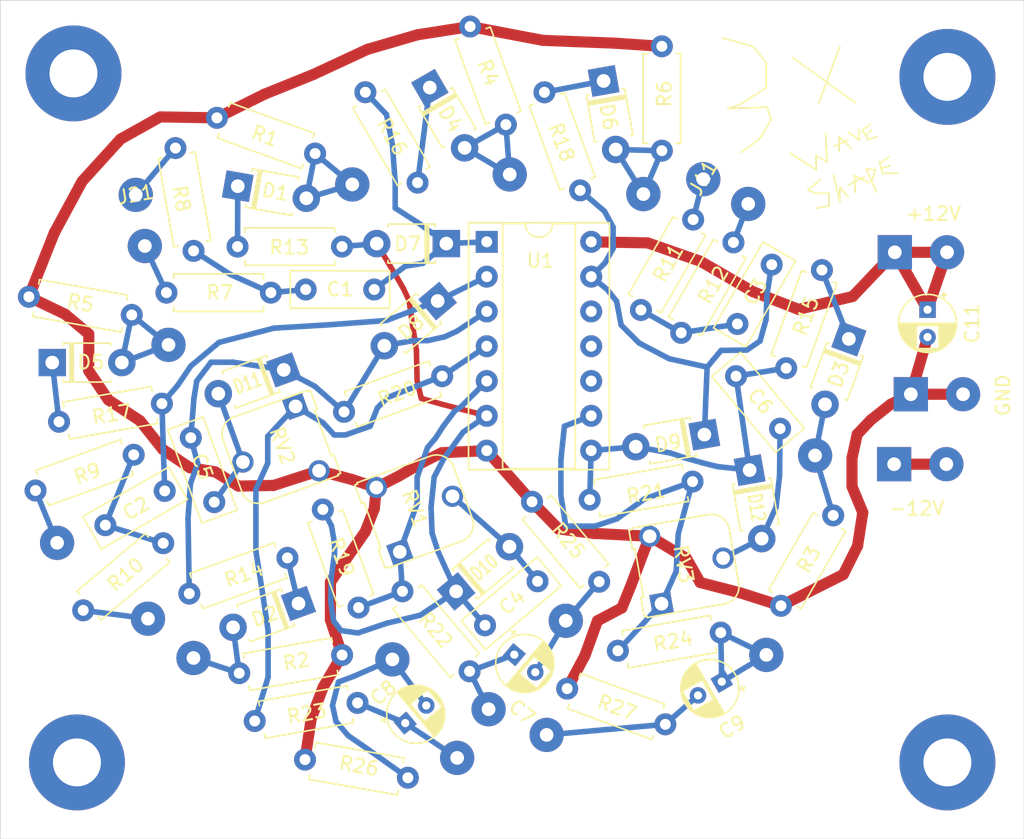
<source format=kicad_pcb>
(kicad_pcb (version 20171130) (host pcbnew "(5.1.2-1)-1")
  (layers (0 F.Cu signal) (31 B.Cu signal) (34 B.Paste user) (35 F.Paste user) (36 B.SilkS user) (37 F.SilkS user) (38 B.Mask user) (39 F.Mask user) (44 Edge.Cuts user))
  (net 0 "")
  (net 1 "Net-(C1-Pad2)")
  (net 2 "Net-(C1-Pad1)")
  (net 3 "Net-(C2-Pad1)")
  (net 4 "Net-(C2-Pad2)")
  (net 5 "Net-(C3-Pad1)")
  (net 6 "Net-(C3-Pad2)")
  (net 7 "Net-(C4-Pad1)")
  (net 8 "Net-(C4-Pad2)")
  (net 9 "Net-(C5-Pad2)")
  (net 10 "Net-(C5-Pad1)")
  (net 11 "Net-(C6-Pad1)")
  (net 12 "Net-(C6-Pad2)")
  (net 13 "Net-(C7-Pad2)")
  (net 14 "Net-(C7-Pad1)")
  (net 15 "Net-(C8-Pad1)")
  (net 16 "Net-(C8-Pad2)")
  (net 17 "Net-(C9-Pad1)")
  (net 18 "Net-(C9-Pad2)")
  (net 19 Earth)
  (net 20 +12V)
  (net 21 "Net-(D1-Pad2)")
  (net 22 "Net-(D1-Pad1)")
  (net 23 "Net-(D2-Pad1)")
  (net 24 "Net-(D2-Pad2)")
  (net 25 "Net-(D3-Pad1)")
  (net 26 "Net-(D3-Pad2)")
  (net 27 "Net-(D4-Pad1)")
  (net 28 "Net-(D4-Pad2)")
  (net 29 "Net-(D5-Pad1)")
  (net 30 "Net-(D5-Pad2)")
  (net 31 "Net-(D6-Pad2)")
  (net 32 "Net-(D6-Pad1)")
  (net 33 "Net-(J7-Pad1)")
  (net 34 "Net-(J8-Pad1)")
  (net 35 "Net-(J9-Pad1)")
  (net 36 "Net-(J10-Pad1)")
  (net 37 "Net-(J11-Pad1)")
  (net 38 -12V)
  (net 39 "Net-(J21-Pad1)")
  (net 40 "Net-(R19-Pad1)")
  (net 41 "Net-(R20-Pad1)")
  (net 42 "Net-(R21-Pad1)")
  (module MountingHole:MountingHole_3.5mm_Pad (layer F.Cu) (at 81.28 17.78)
    (fp_text reference REF** hide)
    (fp_text value MountingHole_3.5mm_Pad hide)
    (pad 1 thru_hole circle (at 0 0) (size 7 7) (drill 3.5) (layers *.Cu *.Mask))
  )
  (module MountingHole:MountingHole_3.5mm_Pad (layer F.Cu) (at 81.28 67.818)
    (fp_text reference REF** hide)
    (fp_text value MountingHole_3.5mm_Pad hide)
    (pad 1 thru_hole circle (at 0 0) (size 7 7) (drill 3.5) (layers *.Cu *.Mask))
  )
  (module MountingHole:MountingHole_3.5mm_Pad (layer F.Cu) (at 17.78 67.818)
    (fp_text reference REF** hide)
    (fp_text value MountingHole_3.5mm_Pad hide)
    (pad 1 thru_hole circle (at 0 0) (size 7 7) (drill 3.5) (layers *.Cu *.Mask))
  )
  (module MountingHole:MountingHole_3.5mm_Pad (layer F.Cu) (at 17.526 17.526)
    (fp_text reference REF** hide)
    (fp_text value MountingHole_3.5mm_Pad hide)
    (pad 1 thru_hole circle (at 0 0) (size 7 7) (drill 3.5) (layers *.Cu *.Mask))
  )
  (module Capacitor_THT:C_Rect_L7.0mm_W2.5mm_P5.00mm (layer F.Cu) (at 34.4678 33.2994)
    (fp_text reference C1 (at 2.5 -0.0254) (layer F.SilkS))
    (fp_text value 470n)
    (pad 2 thru_hole circle (at 5 0) (size 1.6 1.6) (drill 0.8) (layers *.Cu *.Mask) (net 1 "Net-(C1-Pad2)"))
    (pad 1 thru_hole circle (at 0 0) (size 1.6 1.6) (drill 0.8) (layers *.Cu *.Mask) (net 2 "Net-(C1-Pad1)"))
  )
  (module Capacitor_THT:C_Rect_L7.0mm_W2.5mm_P5.00mm (layer F.Cu) (at 19.852489 50.502082 30)
    (fp_text reference C2 (at 2.557711 0.060937 30) (layer F.SilkS))
    (fp_text value 470n)
    (pad 1 thru_hole circle (at 0 0 30) (size 1.6 1.6) (drill 0.8) (layers *.Cu *.Mask) (net 3 "Net-(C2-Pad1)"))
    (pad 2 thru_hole circle (at 5 0 30) (size 1.6 1.6) (drill 0.8) (layers *.Cu *.Mask) (net 4 "Net-(C2-Pad2)"))
  )
  (module Capacitor_THT:C_Rect_L7.0mm_W2.5mm_P5.00mm (layer F.Cu) (at 65.9638 35.814 60)
    (fp_text reference C3 (at 2.684128 -0.024554 60) (layer F.SilkS))
    (fp_text value 470n)
    (pad 1 thru_hole circle (at 0 0 60) (size 1.6 1.6) (drill 0.8) (layers *.Cu *.Mask) (net 5 "Net-(C3-Pad1)"))
    (pad 2 thru_hole circle (at 5 0 60) (size 1.6 1.6) (drill 0.8) (layers *.Cu *.Mask) (net 6 "Net-(C3-Pad2)"))
  )
  (module Capacitor_THT:C_Rect_L7.0mm_W2.5mm_P5.00mm (layer F.Cu) (at 47.551182 57.812052 40)
    (fp_text reference C4 (at 2.594494 -0.013503 40) (layer F.SilkS))
    (fp_text value 100p)
    (pad 1 thru_hole circle (at 0 0 40) (size 1.6 1.6) (drill 0.8) (layers *.Cu *.Mask) (net 7 "Net-(C4-Pad1)"))
    (pad 2 thru_hole circle (at 5 0 40) (size 1.6 1.6) (drill 0.8) (layers *.Cu *.Mask) (net 8 "Net-(C4-Pad2)"))
  )
  (module Capacitor_THT:C_Rect_L7.0mm_W2.5mm_P5.00mm (layer F.Cu) (at 26.0858 44.1198 290)
    (fp_text reference C5 (at 2.267741 -0.066603 110) (layer F.SilkS))
    (fp_text value 100p)
    (pad 2 thru_hole circle (at 5 0 290) (size 1.6 1.6) (drill 0.8) (layers *.Cu *.Mask) (net 9 "Net-(C5-Pad2)"))
    (pad 1 thru_hole circle (at 0 0 290) (size 1.6 1.6) (drill 0.8) (layers *.Cu *.Mask) (net 10 "Net-(C5-Pad1)"))
  )
  (module Capacitor_THT:C_Rect_L7.0mm_W2.5mm_P5.00mm (layer F.Cu) (at 65.8622 39.624 310)
    (fp_text reference C6 (at 2.543818 -0.186497 130) (layer F.SilkS))
    (fp_text value 100p)
    (pad 1 thru_hole circle (at 0 0 310) (size 1.6 1.6) (drill 0.8) (layers *.Cu *.Mask) (net 11 "Net-(C6-Pad1)"))
    (pad 2 thru_hole circle (at 5 0 310) (size 1.6 1.6) (drill 0.8) (layers *.Cu *.Mask) (net 12 "Net-(C6-Pad2)"))
  )
  (module Capacitor_THT:CP_Radial_D4.0mm_P2.00mm (layer F.Cu) (at 49.684725 59.953929 320)
    (fp_text reference C7 (at 3.113825 2.845191 140) (layer F.SilkS))
    (fp_text value 47u)
    (pad 2 thru_hole circle (at 2 0 320) (size 1.2 1.2) (drill 0.6) (layers *.Cu *.Mask) (net 13 "Net-(C7-Pad2)"))
    (pad 1 thru_hole rect (at 0 0 320) (size 1.2 1.2) (drill 0.6) (layers *.Cu *.Mask) (net 14 "Net-(C7-Pad1)"))
  )
  (module Capacitor_THT:CP_Radial_D4.0mm_P2.00mm (layer F.Cu) (at 41.7322 64.9478 40)
    (fp_text reference C8 (at 0.194608 -2.721394 40) (layer F.SilkS))
    (fp_text value 47u)
    (pad 1 thru_hole rect (at 0 0 40) (size 1.2 1.2) (drill 0.6) (layers *.Cu *.Mask) (net 15 "Net-(C8-Pad1)"))
    (pad 2 thru_hole circle (at 2 0 40) (size 1.2 1.2) (drill 0.6) (layers *.Cu *.Mask) (net 16 "Net-(C8-Pad2)"))
  )
  (module Capacitor_THT:CP_Radial_D4.0mm_P2.00mm (layer F.Cu) (at 64.8208 61.9252 210)
    (fp_text reference C9 (at 1 -3.25 30) (layer F.SilkS))
    (fp_text value 47u)
    (pad 1 thru_hole rect (at 0 0 210) (size 1.2 1.2) (drill 0.6) (layers *.Cu *.Mask) (net 17 "Net-(C9-Pad1)"))
    (pad 2 thru_hole circle (at 2 0 210) (size 1.2 1.2) (drill 0.6) (layers *.Cu *.Mask) (net 18 "Net-(C9-Pad2)"))
  )
  (module Capacitor_THT:CP_Radial_D4.0mm_P2.00mm (layer F.Cu) (at 79.8322 34.7726 270)
    (fp_text reference C11 (at 1 -3.25 90) (layer F.SilkS))
    (fp_text value 10u)
    (pad 2 thru_hole circle (at 2 0 270) (size 1.2 1.2) (drill 0.6) (layers *.Cu *.Mask) (net 19 Earth))
    (pad 1 thru_hole rect (at 0 0 270) (size 1.2 1.2) (drill 0.6) (layers *.Cu *.Mask) (net 20 +12V))
  )
  (module Diode_THT:D_T-1_P5.08mm_Horizontal (layer F.Cu) (at 29.512373 25.756228 350)
    (fp_text reference D1 (at 2.774376 -0.077166 170) (layer F.SilkS))
    (fp_text value 1N914)
    (pad 2 thru_hole oval (at 5.08 0 350) (size 2 2) (drill 1) (layers *.Cu *.Mask) (net 21 "Net-(D1-Pad2)"))
    (pad 1 thru_hole rect (at 0 0 350) (size 2 2) (drill 1) (layers *.Cu *.Mask) (net 22 "Net-(D1-Pad1)"))
  )
  (module Diode_THT:D_T-1_P5.08mm_Horizontal (layer F.Cu) (at 33.942283 56.218801 200)
    (fp_text reference D2 (at 2.617243 -0.038363 20) (layer F.SilkS))
    (fp_text value 1N914)
    (pad 1 thru_hole rect (at 0 0 200) (size 2 2) (drill 1) (layers *.Cu *.Mask) (net 23 "Net-(D2-Pad1)"))
    (pad 2 thru_hole oval (at 5.08 0 200) (size 2 2) (drill 1) (layers *.Cu *.Mask) (net 24 "Net-(D2-Pad2)"))
  )
  (module Diode_THT:D_T-1_P5.08mm_Horizontal (layer F.Cu) (at 74.0918 36.9062 250)
    (fp_text reference D3 (at 2.686488 -0.193928 70) (layer F.SilkS))
    (fp_text value 1N914)
    (pad 1 thru_hole rect (at 0 0 250) (size 2 2) (drill 1) (layers *.Cu *.Mask) (net 25 "Net-(D3-Pad1)"))
    (pad 2 thru_hole oval (at 5.08 0 250) (size 2 2) (drill 1) (layers *.Cu *.Mask) (net 26 "Net-(D3-Pad2)"))
  )
  (module Diode_THT:D_T-1_P5.08mm_Horizontal (layer F.Cu) (at 43.521468 18.560088 300)
    (fp_text reference D4 (at 2.729732 -0.141411 120) (layer F.SilkS))
    (fp_text value 1N914)
    (pad 1 thru_hole rect (at 0 0 300) (size 2 2) (drill 1) (layers *.Cu *.Mask) (net 27 "Net-(D4-Pad1)"))
    (pad 2 thru_hole oval (at 5.08 0 300) (size 2 2) (drill 1) (layers *.Cu *.Mask) (net 28 "Net-(D4-Pad2)"))
  )
  (module Diode_THT:D_T-1_P5.08mm_Horizontal (layer F.Cu) (at 15.9766 38.6334)
    (fp_text reference D5 (at 2.8194 -0.0254) (layer F.SilkS))
    (fp_text value 1N914)
    (pad 1 thru_hole rect (at 0 0) (size 2 2) (drill 1) (layers *.Cu *.Mask) (net 29 "Net-(D5-Pad1)"))
    (pad 2 thru_hole oval (at 5.08 0) (size 2 2) (drill 1) (layers *.Cu *.Mask) (net 30 "Net-(D5-Pad2)"))
  )
  (module Diode_THT:D_T-1_P5.08mm_Horizontal (layer F.Cu) (at 56.201116 18.076257 280)
    (fp_text reference D6 (at 2.648194 0.096638 100) (layer F.SilkS))
    (fp_text value 1N914)
    (pad 2 thru_hole oval (at 5.08 0 280) (size 2 2) (drill 1) (layers *.Cu *.Mask) (net 31 "Net-(D6-Pad2)"))
    (pad 1 thru_hole rect (at 0 0 280) (size 2 2) (drill 1) (layers *.Cu *.Mask) (net 32 "Net-(D6-Pad1)"))
  )
  (module Diode_THT:D_T-1_P5.08mm_Horizontal (layer F.Cu) (at 44.7294 29.9466 180)
    (fp_text reference D7 (at 2.8194 -0.0254) (layer F.SilkS))
    (fp_text value 1N914)
    (pad 2 thru_hole oval (at 5.08 0 180) (size 2 2) (drill 1) (layers *.Cu *.Mask) (net 7 "Net-(C4-Pad1)"))
    (pad 1 thru_hole rect (at 0 0 180) (size 2 2) (drill 1) (layers *.Cu *.Mask) (net 1 "Net-(C1-Pad2)"))
  )
  (module Diode_THT:D_T-1_P5.08mm_Horizontal (layer F.Cu) (at 44.0944 34.1376 220)
    (fp_text reference D8 (at 2.719609 -0.237935 40) (layer F.SilkS))
    (fp_text value 1N914)
    (pad 2 thru_hole oval (at 5.08 0 220) (size 2 2) (drill 1) (layers *.Cu *.Mask) (net 10 "Net-(C5-Pad1)"))
    (pad 1 thru_hole rect (at 0 0 220) (size 2 2) (drill 1) (layers *.Cu *.Mask) (net 4 "Net-(C2-Pad2)"))
  )
  (module Diode_THT:D_T-1_P5.08mm_Horizontal (layer F.Cu) (at 63.5508 43.8912 190)
    (fp_text reference D9 (at 2.711735 -0.166644 10) (layer F.SilkS))
    (fp_text value 1N914)
    (pad 1 thru_hole rect (at 0 0 190) (size 2 2) (drill 1) (layers *.Cu *.Mask) (net 6 "Net-(C3-Pad2)"))
    (pad 2 thru_hole oval (at 5.08 0 190) (size 2 2) (drill 1) (layers *.Cu *.Mask) (net 11 "Net-(C6-Pad1)"))
  )
  (module Diode_THT:D_T-1_P5.08mm_Horizontal (layer F.Cu) (at 45.441892 55.337815 40)
    (fp_text reference D10 (at 2.695973 -0.014199 40) (layer F.SilkS) (effects (font (size 1 0.7))))
    (fp_text value 1N914)
    (pad 1 thru_hole rect (at 0 0 40) (size 2 2) (drill 1) (layers *.Cu *.Mask) (net 7 "Net-(C4-Pad1)"))
    (pad 2 thru_hole oval (at 5.08 0 40) (size 2 2) (drill 1) (layers *.Cu *.Mask) (net 8 "Net-(C4-Pad2)"))
  )
  (module Diode_THT:D_T-1_P5.08mm_Horizontal (layer F.Cu) (at 32.8676 39.1668 200)
    (fp_text reference D11 (at 2.81241 -0.003511 20) (layer F.SilkS) (effects (font (size 1 0.7))))
    (fp_text value 1N914)
    (pad 2 thru_hole oval (at 5.08 0 200) (size 2 2) (drill 1) (layers *.Cu *.Mask) (net 9 "Net-(C5-Pad2)"))
    (pad 1 thru_hole rect (at 0 0 200) (size 2 2) (drill 1) (layers *.Cu *.Mask) (net 10 "Net-(C5-Pad1)"))
  )
  (module Diode_THT:D_T-1_P5.08mm_Horizontal (layer F.Cu) (at 66.8528 46.482 280)
    (fp_text reference D12 (at 2.789738 -0.023931 100) (layer F.SilkS) (effects (font (size 1 0.7))))
    (fp_text value 1N914)
    (pad 2 thru_hole oval (at 5.08 0 280) (size 2 2) (drill 1) (layers *.Cu *.Mask) (net 12 "Net-(C6-Pad2)"))
    (pad 1 thru_hole rect (at 0 0 280) (size 2 2) (drill 1) (layers *.Cu *.Mask) (net 11 "Net-(C6-Pad1)"))
  )
  (module Connector_Wire:SolderWirePad_1x01_Drill1mm (layer F.Cu) (at 37.865394 25.629998 350)
    (fp_text reference J1 hide)
    (fp_text value CV_1_A)
    (pad 1 thru_hole circle (at 0 0 350) (size 2.49936 2.49936) (drill 1.00076) (layers *.Cu *.Mask) (net 21 "Net-(D1-Pad2)"))
  )
  (module Connector_Wire:SolderWirePad_1x01_Drill1mm (layer F.Cu) (at 26.280941 60.196625 190)
    (fp_text reference J2 hide)
    (fp_text value CV_1_B)
    (pad 1 thru_hole circle (at 0 0 190) (size 2.49936 2.49936) (drill 1.00076) (layers *.Cu *.Mask) (net 24 "Net-(D2-Pad2)"))
  )
  (module Connector_Wire:SolderWirePad_1x01_Drill1mm (layer F.Cu) (at 71.628 45.4152 310)
    (fp_text reference J3 hide)
    (fp_text value CV_1_C)
    (pad 1 thru_hole circle (at 0 0 310) (size 2.49936 2.49936) (drill 1.00076) (layers *.Cu *.Mask) (net 26 "Net-(D3-Pad2)"))
  )
  (module Connector_Wire:SolderWirePad_1x01_Drill1mm (layer F.Cu) (at 49.35295 24.901309 300)
    (fp_text reference J4 hide)
    (fp_text value CV_2_A)
    (pad 1 thru_hole circle (at 0 0 300) (size 2.49936 2.49936) (drill 1.00076) (layers *.Cu *.Mask) (net 28 "Net-(D4-Pad2)"))
  )
  (module Connector_Wire:SolderWirePad_1x01_Drill1mm (layer F.Cu) (at 24.4602 37.338 350)
    (fp_text reference J5 hide)
    (fp_text value CV_2_B)
    (pad 1 thru_hole circle (at 0 0 350) (size 2.49936 2.49936) (drill 1.00076) (layers *.Cu *.Mask) (net 30 "Net-(D5-Pad2)"))
  )
  (module Connector_Wire:SolderWirePad_1x01_Drill1mm (layer F.Cu) (at 59.101536 26.334059 270)
    (fp_text reference J6 hide)
    (fp_text value CV_2_C)
    (pad 1 thru_hole circle (at 0 0 270) (size 2.49936 2.49936) (drill 1.00076) (layers *.Cu *.Mask) (net 31 "Net-(D6-Pad2)"))
  )
  (module Connector_Wire:SolderWirePad_1x01_Drill1mm (layer F.Cu) (at 22.0726 26.3906 10)
    (fp_text reference J7 hide)
    (fp_text value IN_A)
    (pad 1 thru_hole circle (at 0 0 10) (size 2.49936 2.49936) (drill 1.00076) (layers *.Cu *.Mask) (net 33 "Net-(J7-Pad1)"))
  )
  (module Connector_Wire:SolderWirePad_1x01_Drill1mm (layer F.Cu) (at 16.3322 51.7906 30)
    (fp_text reference J8 hide)
    (fp_text value Sum_In_B)
    (pad 1 thru_hole circle (at 0 0 30) (size 2.49936 2.49936) (drill 1.00076) (layers *.Cu *.Mask) (net 34 "Net-(J8-Pad1)"))
  )
  (module Connector_Wire:SolderWirePad_1x01_Drill1mm (layer F.Cu) (at 22.9616 57.3278 40)
    (fp_text reference J9 hide)
    (fp_text value IN_B)
    (pad 1 thru_hole circle (at 0 0 40) (size 2.49936 2.49936) (drill 1.00076) (layers *.Cu *.Mask) (net 35 "Net-(J9-Pad1)"))
  )
  (module Connector_Wire:SolderWirePad_1x01_Drill1mm (layer F.Cu) (at 63.4746 25.2476 330)
    (fp_text reference J10 hide)
    (fp_text value Sum_In_C)
    (pad 1 thru_hole circle (at 0 0 330) (size 2.49936 2.49936) (drill 1.00076) (layers *.Cu *.Mask) (net 36 "Net-(J10-Pad1)"))
  )
  (module Connector_Wire:SolderWirePad_1x01_Drill1mm (layer F.Cu) (at 66.7512 27.051 60)
    (fp_text reference J11 (at 0 -3.81 60) (layer F.SilkS))
    (fp_text value IN_C)
    (pad 1 thru_hole circle (at 0 0 60) (size 2.49936 2.49936) (drill 1.00076) (layers *.Cu *.Mask) (net 37 "Net-(J11-Pad1)"))
  )
  (module Connector_Wire:SolderWirePad_1x01_Drill1mm (layer F.Cu) (at 47.80879 63.934388 130)
    (fp_text reference J12 hide)
    (fp_text value DC_OUT_A)
    (pad 1 thru_hole circle (at 0 0 130) (size 2.49936 2.49936) (drill 1.00076) (layers *.Cu *.Mask) (net 14 "Net-(C7-Pad1)"))
  )
  (module Connector_Wire:SolderWirePad_1x01_Drill1mm (layer F.Cu) (at 53.4416 57.4802 220)
    (fp_text reference J13 hide)
    (fp_text value AC_OUT_A)
    (pad 1 thru_hole circle (at 0 0 220) (size 2.49936 2.49936) (drill 1.00076) (layers *.Cu *.Mask) (net 13 "Net-(C7-Pad2)"))
  )
  (module Connector_Wire:SolderWirePad_1x01_Drill1mm (layer F.Cu) (at 45.5168 67.4878 40)
    (fp_text reference J14 hide)
    (fp_text value DC_OUT_B)
    (pad 1 thru_hole circle (at 0 0 40) (size 2.49936 2.49936) (drill 1.00076) (layers *.Cu *.Mask) (net 15 "Net-(C8-Pad1)"))
  )
  (module Connector_Wire:SolderWirePad_1x01_Drill1mm (layer F.Cu) (at 40.7924 60.2996 120)
    (fp_text reference J15 hide)
    (fp_text value AC_OUT_B)
    (pad 1 thru_hole circle (at 0 0 120) (size 2.49936 2.49936) (drill 1.00076) (layers *.Cu *.Mask) (net 16 "Net-(C8-Pad2)"))
  )
  (module Connector_Wire:SolderWirePad_1x01_Drill1mm (layer F.Cu) (at 68.072 59.9694)
    (fp_text reference J16 hide)
    (fp_text value DC_OUT_C)
    (pad 1 thru_hole circle (at 0 0) (size 2.49936 2.49936) (drill 1.00076) (layers *.Cu *.Mask) (net 17 "Net-(C9-Pad1)"))
  )
  (module Connector_Wire:SolderWirePad_1x01_Drill1mm (layer F.Cu) (at 52.0446 65.8114 70)
    (fp_text reference J17 hide)
    (fp_text value AC_OUT_C)
    (pad 1 thru_hole circle (at 0 0 70) (size 2.49936 2.49936) (drill 1.00076) (layers *.Cu *.Mask) (net 18 "Net-(C9-Pad2)"))
  )
  (module Connector_Wire:SolderWirePad_1x02_P3.81mm_Drill1mm (layer F.Cu) (at 77.4446 30.5816)
    (fp_text reference J18 hide)
    (fp_text value +12V_Conn)
    (pad 1 thru_hole rect (at 0 0) (size 2.49936 2.49936) (drill 1.00076) (layers *.Cu *.Mask) (net 20 +12V))
    (pad 2 thru_hole circle (at 3.81 0) (size 2.49936 2.49936) (drill 1.00076) (layers *.Cu *.Mask) (net 20 +12V))
  )
  (module Connector_Wire:SolderWirePad_1x02_P3.81mm_Drill1mm (layer F.Cu) (at 78.613 40.9448)
    (fp_text reference J19 hide)
    (fp_text value GND_Conn)
    (pad 2 thru_hole circle (at 3.81 0) (size 2.49936 2.49936) (drill 1.00076) (layers *.Cu *.Mask) (net 19 Earth))
    (pad 1 thru_hole rect (at 0 0) (size 2.49936 2.49936) (drill 1.00076) (layers *.Cu *.Mask) (net 19 Earth))
  )
  (module Connector_Wire:SolderWirePad_1x02_P3.81mm_Drill1mm (layer F.Cu) (at 77.3938 46.0502)
    (fp_text reference J20 hide)
    (fp_text value -12V_Conn)
    (pad 1 thru_hole rect (at 0 0) (size 2.49936 2.49936) (drill 1.00076) (layers *.Cu *.Mask) (net 38 -12V))
    (pad 2 thru_hole circle (at 3.81 0) (size 2.49936 2.49936) (drill 1.00076) (layers *.Cu *.Mask) (net 38 -12V))
  )
  (module Connector_Wire:SolderWirePad_1x01_Drill1mm (layer F.Cu) (at 22.733 30.1244 10)
    (fp_text reference J21 (at 0 -3.81 10) (layer F.SilkS))
    (fp_text value AUX_In_A)
    (pad 1 thru_hole circle (at 0 0 10) (size 2.49936 2.49936) (drill 1.00076) (layers *.Cu *.Mask) (net 39 "Net-(J21-Pad1)"))
  )
  (module Resistor_THT:R_Axial_DIN0207_L6.3mm_D2.5mm_P7.62mm_Horizontal (layer F.Cu) (at 27.993212 20.768453 340)
    (fp_text reference R1 (at 3.746276 0.051341 160) (layer F.SilkS))
    (fp_text value 100K)
    (pad 2 thru_hole oval (at 7.62 0 340) (size 1.6 1.6) (drill 0.8) (layers *.Cu *.Mask) (net 21 "Net-(D1-Pad2)"))
    (pad 1 thru_hole circle (at 0 0 340) (size 1.6 1.6) (drill 0.8) (layers *.Cu *.Mask) (net 19 Earth))
  )
  (module Resistor_THT:R_Axial_DIN0207_L6.3mm_D2.5mm_P7.62mm_Horizontal (layer F.Cu) (at 37.12254 59.980757 190)
    (fp_text reference R2 (at 3.371651 0.116 10) (layer F.SilkS))
    (fp_text value 100K)
    (pad 2 thru_hole oval (at 7.62 0 190) (size 1.6 1.6) (drill 0.8) (layers *.Cu *.Mask) (net 24 "Net-(D2-Pad2)"))
    (pad 1 thru_hole circle (at 0 0 190) (size 1.6 1.6) (drill 0.8) (layers *.Cu *.Mask) (net 19 Earth))
  )
  (module Resistor_THT:R_Axial_DIN0207_L6.3mm_D2.5mm_P7.62mm_Horizontal (layer F.Cu) (at 69.1388 56.388 60)
    (fp_text reference R3 (at 3.941607 0.070664 60) (layer F.SilkS))
    (fp_text value 100K)
    (pad 2 thru_hole oval (at 7.62 0 60) (size 1.6 1.6) (drill 0.8) (layers *.Cu *.Mask) (net 26 "Net-(D3-Pad2)"))
    (pad 1 thru_hole circle (at 0 0 60) (size 1.6 1.6) (drill 0.8) (layers *.Cu *.Mask) (net 19 Earth))
  )
  (module Resistor_THT:R_Axial_DIN0207_L6.3mm_D2.5mm_P7.62mm_Horizontal (layer F.Cu) (at 46.463112 14.104765 290)
    (fp_text reference R4 (at 3.616686 -0.08227 110) (layer F.SilkS))
    (fp_text value R_US)
    (pad 1 thru_hole circle (at 0 0 290) (size 1.6 1.6) (drill 0.8) (layers *.Cu *.Mask) (net 19 Earth))
    (pad 2 thru_hole oval (at 7.62 0 290) (size 1.6 1.6) (drill 0.8) (layers *.Cu *.Mask) (net 28 "Net-(D4-Pad2)"))
  )
  (module Resistor_THT:R_Axial_DIN0207_L6.3mm_D2.5mm_P7.62mm_Horizontal (layer F.Cu) (at 14.2748 33.8328 350)
    (fp_text reference R5 (at 3.781481 -0.202524 170) (layer F.SilkS))
    (fp_text value R_US)
    (pad 1 thru_hole circle (at 0 0 350) (size 1.6 1.6) (drill 0.8) (layers *.Cu *.Mask) (net 19 Earth))
    (pad 2 thru_hole oval (at 7.62 0 350) (size 1.6 1.6) (drill 0.8) (layers *.Cu *.Mask) (net 30 "Net-(D5-Pad2)"))
  )
  (module Resistor_THT:R_Axial_DIN0207_L6.3mm_D2.5mm_P7.62mm_Horizontal (layer F.Cu) (at 60.44935 15.54754 270)
    (fp_text reference R6 (at 3.47706 -0.18045 90) (layer F.SilkS))
    (fp_text value R_US)
    (pad 2 thru_hole oval (at 7.62 0 270) (size 1.6 1.6) (drill 0.8) (layers *.Cu *.Mask) (net 31 "Net-(D6-Pad2)"))
    (pad 1 thru_hole circle (at 0 0 270) (size 1.6 1.6) (drill 0.8) (layers *.Cu *.Mask) (net 19 Earth))
  )
  (module Resistor_THT:R_Axial_DIN0207_L6.3mm_D2.5mm_P7.62mm_Horizontal (layer F.Cu) (at 31.9278 33.528 180)
    (fp_text reference R7 (at 3.7338 0) (layer F.SilkS))
    (fp_text value 220k)
    (pad 2 thru_hole oval (at 7.62 0 180) (size 1.6 1.6) (drill 0.8) (layers *.Cu *.Mask) (net 39 "Net-(J21-Pad1)"))
    (pad 1 thru_hole circle (at 0 0 180) (size 1.6 1.6) (drill 0.8) (layers *.Cu *.Mask) (net 2 "Net-(C1-Pad1)"))
  )
  (module Resistor_THT:R_Axial_DIN0207_L6.3mm_D2.5mm_P7.62mm_Horizontal (layer F.Cu) (at 26.289 30.48 100)
    (fp_text reference R8 (at 3.906491 -0.213895 100) (layer F.SilkS))
    (fp_text value 220k)
    (pad 1 thru_hole circle (at 0 0 100) (size 1.6 1.6) (drill 0.8) (layers *.Cu *.Mask) (net 2 "Net-(C1-Pad1)"))
    (pad 2 thru_hole oval (at 7.62 0 100) (size 1.6 1.6) (drill 0.8) (layers *.Cu *.Mask) (net 33 "Net-(J7-Pad1)"))
  )
  (module Resistor_THT:R_Axial_DIN0207_L6.3mm_D2.5mm_P7.62mm_Horizontal (layer F.Cu) (at 21.9202 45.3644 200)
    (fp_text reference R9 (at 3.643584 -0.13347 20) (layer F.SilkS))
    (fp_text value 220k)
    (pad 1 thru_hole circle (at 0 0 200) (size 1.6 1.6) (drill 0.8) (layers *.Cu *.Mask) (net 3 "Net-(C2-Pad1)"))
    (pad 2 thru_hole oval (at 7.62 0 200) (size 1.6 1.6) (drill 0.8) (layers *.Cu *.Mask) (net 34 "Net-(J8-Pad1)"))
  )
  (module Resistor_THT:R_Axial_DIN0207_L6.3mm_D2.5mm_P7.62mm_Horizontal (layer F.Cu) (at 24.073741 51.819104 220)
    (fp_text reference R10 (at 3.564649 0.010986 40) (layer F.SilkS))
    (fp_text value 220k)
    (pad 2 thru_hole oval (at 7.62 0 220) (size 1.6 1.6) (drill 0.8) (layers *.Cu *.Mask) (net 35 "Net-(J9-Pad1)"))
    (pad 1 thru_hole circle (at 0 0 220) (size 1.6 1.6) (drill 0.8) (layers *.Cu *.Mask) (net 3 "Net-(C2-Pad1)"))
  )
  (module Resistor_THT:R_Axial_DIN0207_L6.3mm_D2.5mm_P7.62mm_Horizontal (layer F.Cu) (at 58.923198 34.794663 60)
    (fp_text reference R11 (at 3.959712 0.007097 60) (layer F.SilkS))
    (fp_text value 220k)
    (pad 1 thru_hole circle (at 0 0 60) (size 1.6 1.6) (drill 0.8) (layers *.Cu *.Mask) (net 5 "Net-(C3-Pad1)"))
    (pad 2 thru_hole oval (at 7.62 0 60) (size 1.6 1.6) (drill 0.8) (layers *.Cu *.Mask) (net 36 "Net-(J10-Pad1)"))
  )
  (module Resistor_THT:R_Axial_DIN0207_L6.3mm_D2.5mm_P7.62mm_Horizontal (layer F.Cu) (at 61.861503 36.461765 60)
    (fp_text reference R12 (at 4.199499 0.288615 60) (layer F.SilkS))
    (fp_text value 220k)
    (pad 2 thru_hole oval (at 7.62 0 60) (size 1.6 1.6) (drill 0.8) (layers *.Cu *.Mask) (net 37 "Net-(J11-Pad1)"))
    (pad 1 thru_hole circle (at 0 0 60) (size 1.6 1.6) (drill 0.8) (layers *.Cu *.Mask) (net 5 "Net-(C3-Pad1)"))
  )
  (module Resistor_THT:R_Axial_DIN0207_L6.3mm_D2.5mm_P7.62mm_Horizontal (layer F.Cu) (at 37.117092 30.166374 180)
    (fp_text reference R13 (at 3.843092 -0.059626) (layer F.SilkS))
    (fp_text value 1M5)
    (pad 1 thru_hole circle (at 0 0 180) (size 1.6 1.6) (drill 0.8) (layers *.Cu *.Mask) (net 7 "Net-(C4-Pad1)"))
    (pad 2 thru_hole oval (at 7.62 0 180) (size 1.6 1.6) (drill 0.8) (layers *.Cu *.Mask) (net 22 "Net-(D1-Pad1)"))
  )
  (module Resistor_THT:R_Axial_DIN0207_L6.3mm_D2.5mm_P7.62mm_Horizontal (layer F.Cu) (at 25.975745 55.496344 20)
    (fp_text reference R14 (at 4.232145 0.056545 20) (layer F.SilkS))
    (fp_text value 1M5)
    (pad 1 thru_hole circle (at 0 0 20) (size 1.6 1.6) (drill 0.8) (layers *.Cu *.Mask) (net 10 "Net-(C5-Pad1)"))
    (pad 2 thru_hole oval (at 7.62 0 20) (size 1.6 1.6) (drill 0.8) (layers *.Cu *.Mask) (net 23 "Net-(D2-Pad1)"))
  )
  (module Resistor_THT:R_Axial_DIN0207_L6.3mm_D2.5mm_P7.62mm_Horizontal (layer F.Cu) (at 69.5198 39.0398 70)
    (fp_text reference R15 (at 4.075406 0.05739 70) (layer F.SilkS))
    (fp_text value 1M5)
    (pad 1 thru_hole circle (at 0 0 70) (size 1.6 1.6) (drill 0.8) (layers *.Cu *.Mask) (net 11 "Net-(C6-Pad1)"))
    (pad 2 thru_hole oval (at 7.62 0 70) (size 1.6 1.6) (drill 0.8) (layers *.Cu *.Mask) (net 25 "Net-(D3-Pad1)"))
  )
  (module Resistor_THT:R_Axial_DIN0207_L6.3mm_D2.5mm_P7.62mm_Horizontal (layer F.Cu) (at 38.819263 18.899227 300)
    (fp_text reference R16 (at 3.788081 -0.062003 120) (layer F.SilkS))
    (fp_text value R_US)
    (pad 2 thru_hole oval (at 7.62 0 300) (size 1.6 1.6) (drill 0.8) (layers *.Cu *.Mask) (net 27 "Net-(D4-Pad1)"))
    (pad 1 thru_hole circle (at 0 0 300) (size 1.6 1.6) (drill 0.8) (layers *.Cu *.Mask) (net 1 "Net-(C1-Pad2)"))
  )
  (module Resistor_THT:R_Axial_DIN0207_L6.3mm_D2.5mm_P7.62mm_Horizontal (layer F.Cu) (at 23.9776 41.6306 190)
    (fp_text reference R17 (at 3.738763 -0.140302 10) (layer F.SilkS))
    (fp_text value R_US)
    (pad 2 thru_hole oval (at 7.62 0 190) (size 1.6 1.6) (drill 0.8) (layers *.Cu *.Mask) (net 29 "Net-(D5-Pad1)"))
    (pad 1 thru_hole circle (at 0 0 190) (size 1.6 1.6) (drill 0.8) (layers *.Cu *.Mask) (net 4 "Net-(C2-Pad2)"))
  )
  (module Resistor_THT:R_Axial_DIN0207_L6.3mm_D2.5mm_P7.62mm_Horizontal (layer F.Cu) (at 54.488784 26.064154 110)
    (fp_text reference R18 (at 3.759744 -0.070316 110) (layer F.SilkS))
    (fp_text value R_US)
    (pad 1 thru_hole circle (at 0 0 110) (size 1.6 1.6) (drill 0.8) (layers *.Cu *.Mask) (net 6 "Net-(C3-Pad2)"))
    (pad 2 thru_hole oval (at 7.62 0 110) (size 1.6 1.6) (drill 0.8) (layers *.Cu *.Mask) (net 32 "Net-(D6-Pad1)"))
  )
  (module Resistor_THT:R_Axial_DIN0207_L6.3mm_D2.5mm_P7.62mm_Horizontal (layer F.Cu) (at 38.324617 56.515965 110)
    (fp_text reference R19 (at 3.886111 0.094192 110) (layer F.SilkS))
    (fp_text value 1M5)
    (pad 1 thru_hole circle (at 0 0 110) (size 1.6 1.6) (drill 0.8) (layers *.Cu *.Mask) (net 40 "Net-(R19-Pad1)"))
    (pad 2 thru_hole oval (at 7.62 0 110) (size 1.6 1.6) (drill 0.8) (layers *.Cu *.Mask) (net 7 "Net-(C4-Pad1)"))
  )
  (module Resistor_THT:R_Axial_DIN0207_L6.3mm_D2.5mm_P7.62mm_Horizontal (layer F.Cu) (at 44.4246 39.624 200)
    (fp_text reference R20 (at 3.513362 -0.072746 20) (layer F.SilkS))
    (fp_text value 1M5)
    (pad 2 thru_hole oval (at 7.62 0 200) (size 1.6 1.6) (drill 0.8) (layers *.Cu *.Mask) (net 10 "Net-(C5-Pad1)"))
    (pad 1 thru_hole circle (at 0 0 200) (size 1.6 1.6) (drill 0.8) (layers *.Cu *.Mask) (net 41 "Net-(R20-Pad1)"))
  )
  (module Resistor_THT:R_Axial_DIN0207_L6.3mm_D2.5mm_P7.62mm_Horizontal (layer F.Cu) (at 62.6872 47.3202 190)
    (fp_text reference R21 (at 3.47684 -0.263862 10) (layer F.SilkS))
    (fp_text value 1M5)
    (pad 2 thru_hole oval (at 7.62 0 190) (size 1.6 1.6) (drill 0.8) (layers *.Cu *.Mask) (net 11 "Net-(C6-Pad1)"))
    (pad 1 thru_hole circle (at 0 0 190) (size 1.6 1.6) (drill 0.8) (layers *.Cu *.Mask) (net 42 "Net-(R21-Pad1)"))
  )
  (module Resistor_THT:R_Axial_DIN0207_L6.3mm_D2.5mm_P7.62mm_Horizontal (layer F.Cu) (at 46.42347 61.167959 130)
    (fp_text reference R22 (at 3.894692 0.028706 130) (layer F.SilkS))
    (fp_text value 330)
    (pad 1 thru_hole circle (at 0 0 130) (size 1.6 1.6) (drill 0.8) (layers *.Cu *.Mask) (net 14 "Net-(C7-Pad1)"))
    (pad 2 thru_hole oval (at 7.62 0 130) (size 1.6 1.6) (drill 0.8) (layers *.Cu *.Mask) (net 40 "Net-(R19-Pad1)"))
  )
  (module Resistor_THT:R_Axial_DIN0207_L6.3mm_D2.5mm_P7.62mm_Horizontal (layer F.Cu) (at 38.2524 63.4746 190)
    (fp_text reference R23 (at 3.788792 -0.131481 10) (layer F.SilkS))
    (fp_text value 330)
    (pad 1 thru_hole circle (at 0 0 190) (size 1.6 1.6) (drill 0.8) (layers *.Cu *.Mask) (net 15 "Net-(C8-Pad1)"))
    (pad 2 thru_hole oval (at 7.62 0 190) (size 1.6 1.6) (drill 0.8) (layers *.Cu *.Mask) (net 41 "Net-(R20-Pad1)"))
  )
  (module Resistor_THT:R_Axial_DIN0207_L6.3mm_D2.5mm_P7.62mm_Horizontal (layer F.Cu) (at 64.7446 58.3438 190)
    (fp_text reference R24 (at 3.537201 -0.021092 10) (layer F.SilkS))
    (fp_text value 330)
    (pad 2 thru_hole oval (at 7.62 0 190) (size 1.6 1.6) (drill 0.8) (layers *.Cu *.Mask) (net 42 "Net-(R21-Pad1)"))
    (pad 1 thru_hole circle (at 0 0 190) (size 1.6 1.6) (drill 0.8) (layers *.Cu *.Mask) (net 17 "Net-(C9-Pad1)"))
  )
  (module Resistor_THT:R_Axial_DIN0207_L6.3mm_D2.5mm_P7.62mm_Horizontal (layer F.Cu) (at 50.9778 48.7934 310)
    (fp_text reference R25 (at 3.877231 -0.194981 130) (layer F.SilkS))
    (fp_text value 150k)
    (pad 2 thru_hole oval (at 7.62 0 310) (size 1.6 1.6) (drill 0.8) (layers *.Cu *.Mask) (net 13 "Net-(C7-Pad2)"))
    (pad 1 thru_hole circle (at 0 0 310) (size 1.6 1.6) (drill 0.8) (layers *.Cu *.Mask) (net 19 Earth))
  )
  (module Resistor_THT:R_Axial_DIN0207_L6.3mm_D2.5mm_P7.62mm_Horizontal (layer F.Cu) (at 34.417 67.6148 350)
    (fp_text reference R26 (at 3.95658 -0.233399 170) (layer F.SilkS))
    (fp_text value 150k)
    (pad 1 thru_hole circle (at 0 0 350) (size 1.6 1.6) (drill 0.8) (layers *.Cu *.Mask) (net 19 Earth))
    (pad 2 thru_hole oval (at 7.62 0 350) (size 1.6 1.6) (drill 0.8) (layers *.Cu *.Mask) (net 16 "Net-(C8-Pad2)"))
  )
  (module Resistor_THT:R_Axial_DIN0207_L6.3mm_D2.5mm_P7.62mm_Horizontal (layer F.Cu) (at 53.5432 62.4332 340)
    (fp_text reference R27 (at 3.882266 0.046597 160) (layer F.SilkS))
    (fp_text value 150k)
    (pad 1 thru_hole circle (at 0 0 340) (size 1.6 1.6) (drill 0.8) (layers *.Cu *.Mask) (net 19 Earth))
    (pad 2 thru_hole oval (at 7.62 0 340) (size 1.6 1.6) (drill 0.8) (layers *.Cu *.Mask) (net 18 "Net-(C9-Pad2)"))
  )
  (module Potentiometer_THT:Potentiometer_Runtron_RM-065_Vertical (layer F.Cu) (at 41.33209 52.452293 110)
    (fp_text reference RV1 (at 2.613336 2.106778 110) (layer F.SilkS))
    (fp_text value 20k)
    (pad 3 thru_hole circle (at 5 0 110) (size 1.55 1.55) (drill 1) (layers *.Cu *.Mask) (net 19 Earth))
    (pad 1 thru_hole rect (at 0 0 110) (size 1.55 1.55) (drill 1) (layers *.Cu *.Mask) (net 40 "Net-(R19-Pad1)"))
    (pad 2 thru_hole circle (at 2.5 5 110) (size 1.55 1.55) (drill 1) (layers *.Cu *.Mask) (net 8 "Net-(C4-Pad2)"))
  )
  (module Potentiometer_THT:Potentiometer_Runtron_RM-065_Vertical (layer F.Cu) (at 33.7312 41.8338 290)
    (fp_text reference RV2 (at 2.366988 1.888658 110) (layer F.SilkS))
    (fp_text value 20k)
    (pad 3 thru_hole circle (at 5 0 290) (size 1.55 1.55) (drill 1) (layers *.Cu *.Mask) (net 19 Earth))
    (pad 1 thru_hole rect (at 0 0 290) (size 1.55 1.55) (drill 1) (layers *.Cu *.Mask) (net 41 "Net-(R20-Pad1)"))
    (pad 2 thru_hole circle (at 2.5 5 290) (size 1.55 1.55) (drill 1) (layers *.Cu *.Mask) (net 9 "Net-(C5-Pad2)"))
  )
  (module Potentiometer_THT:Potentiometer_Runtron_RM-065_Vertical (layer F.Cu) (at 60.4266 56.2356 100)
    (fp_text reference RV3 (at 2.573738 2.078705 100) (layer F.SilkS))
    (fp_text value 20k)
    (pad 2 thru_hole circle (at 2.5 5 100) (size 1.55 1.55) (drill 1) (layers *.Cu *.Mask) (net 12 "Net-(C6-Pad2)"))
    (pad 1 thru_hole rect (at 0 0 100) (size 1.55 1.55) (drill 1) (layers *.Cu *.Mask) (net 42 "Net-(R21-Pad1)"))
    (pad 3 thru_hole circle (at 5 0 100) (size 1.55 1.55) (drill 1) (layers *.Cu *.Mask) (net 19 Earth))
  )
  (module Package_DIP:DIP-14_W7.62mm_Socket (layer F.Cu) (at 47.6758 29.8196)
    (fp_text reference U1 (at 3.9116 1.3716) (layer F.SilkS))
    (fp_text value LM3900)
    (pad 1 thru_hole rect (at 0 0) (size 1.6 1.6) (drill 0.8) (layers *.Cu *.Mask) (net 1 "Net-(C1-Pad2)"))
    (pad 8 thru_hole oval (at 7.62 15.24) (size 1.6 1.6) (drill 0.8) (layers *.Cu *.Mask) (net 11 "Net-(C6-Pad1)"))
    (pad 2 thru_hole oval (at 0 2.54) (size 1.6 1.6) (drill 0.8) (layers *.Cu *.Mask) (net 4 "Net-(C2-Pad2)"))
    (pad 9 thru_hole oval (at 7.62 12.7) (size 1.6 1.6) (drill 0.8) (layers *.Cu *.Mask) (net 42 "Net-(R21-Pad1)"))
    (pad 3 thru_hole oval (at 0 5.08) (size 1.6 1.6) (drill 0.8) (layers *.Cu *.Mask) (net 10 "Net-(C5-Pad1)"))
    (pad 10 thru_hole oval (at 7.62 10.16) (size 1.6 1.6) (drill 0.8) (layers *.Cu *.Mask))
    (pad 4 thru_hole oval (at 0 7.62) (size 1.6 1.6) (drill 0.8) (layers *.Cu *.Mask) (net 41 "Net-(R20-Pad1)"))
    (pad 11 thru_hole oval (at 7.62 7.62) (size 1.6 1.6) (drill 0.8) (layers *.Cu *.Mask))
    (pad 5 thru_hole oval (at 0 10.16) (size 1.6 1.6) (drill 0.8) (layers *.Cu *.Mask) (net 40 "Net-(R19-Pad1)"))
    (pad 12 thru_hole oval (at 7.62 5.08) (size 1.6 1.6) (drill 0.8) (layers *.Cu *.Mask))
    (pad 6 thru_hole oval (at 0 12.7) (size 1.6 1.6) (drill 0.8) (layers *.Cu *.Mask) (net 7 "Net-(C4-Pad1)"))
    (pad 13 thru_hole oval (at 7.62 2.54) (size 1.6 1.6) (drill 0.8) (layers *.Cu *.Mask) (net 6 "Net-(C3-Pad2)"))
    (pad 7 thru_hole oval (at 0 15.24) (size 1.6 1.6) (drill 0.8) (layers *.Cu *.Mask) (net 19 Earth))
    (pad 14 thru_hole oval (at 7.62 0) (size 1.6 1.6) (drill 0.8) (layers *.Cu *.Mask) (net 20 +12V))
  )
  (gr_text GND (at 85.344 41.021 90) (layer F.SilkS) (effects (font (size 1 1))))
  (gr_text -12V (at 79.0448 49.276) (layer F.SilkS) (effects (font (size 1 1))))
  (gr_text +12V (at 80.264 27.7622) (layer F.SilkS) (effects (font (size 1 1))))
  (gr_line (start 76.4286 24.0284) (end 77.0128 23.622) (layer F.SilkS) (width 0.12))
  (gr_line (start 76.4286 24.4602) (end 77.1144 24.257) (layer F.SilkS) (width 0.12))
  (gr_line (start 76.5556 24.8158) (end 77.6478 24.8158) (layer F.SilkS) (width 0.12))
  (gr_line (start 76.327 23.9776) (end 76.5556 24.8158) (layer F.SilkS) (width 0.12))
  (gr_line (start 76.0222 24.5618) (end 75.819 25.2476) (layer F.SilkS) (width 0.12))
  (gr_line (start 75.438 24.511) (end 76.0222 24.5618) (layer F.SilkS) (width 0.12))
  (gr_line (start 75.3364 24.511) (end 76.1238 26.1874) (layer F.SilkS) (width 0.12))
  (gr_line (start 74.0664 25.6794) (end 75.184 25.0952) (layer F.SilkS) (width 0.12))
  (gr_line (start 74.4982 24.9936) (end 75.5904 25.5016) (layer F.SilkS) (width 0.12))
  (gr_line (start 74.549 26.1874) (end 74.4982 24.9936) (layer F.SilkS) (width 0.12))
  (gr_line (start 73.4314 25.8318) (end 74.0156 26.5176) (layer F.SilkS) (width 0.12))
  (gr_line (start 73.4314 26.8732) (end 73.4314 25.8318) (layer F.SilkS) (width 0.12))
  (gr_line (start 72.9742 24.9428) (end 73.4314 26.8732) (layer F.SilkS) (width 0.12))
  (gr_line (start 72.644 27.2034) (end 71.755 27.3558) (layer F.SilkS) (width 0.12))
  (gr_line (start 72.644 26.289) (end 72.644 27.2034) (layer F.SilkS) (width 0.12))
  (gr_line (start 71.7042 26.289) (end 72.644 26.289) (layer F.SilkS) (width 0.12))
  (gr_line (start 71.12 26.035) (end 71.7042 26.289) (layer F.SilkS) (width 0.12))
  (gr_line (start 72.009 25.2984) (end 71.12 26.035) (layer F.SilkS) (width 0.12))
  (gr_line (start 75.3872 21.9964) (end 75.7428 21.6662) (layer F.SilkS) (width 0.12))
  (gr_line (start 75.4888 22.352) (end 76.1238 22.1488) (layer F.SilkS) (width 0.12))
  (gr_line (start 75.0824 21.6662) (end 75.4888 22.352) (layer F.SilkS) (width 0.12))
  (gr_line (start 75.6412 21.2598) (end 75.0824 21.6662) (layer F.SilkS) (width 0.12))
  (gr_line (start 74.8538 22.4028) (end 74.8538 21.6154) (layer F.SilkS) (width 0.12))
  (gr_line (start 74.0664 21.8186) (end 74.8538 22.4028) (layer F.SilkS) (width 0.12))
  (gr_line (start 73.025 22.8346) (end 74.0156 22.4028) (layer F.SilkS) (width 0.12))
  (gr_line (start 73.3806 22.1488) (end 74.2696 22.987) (layer F.SilkS) (width 0.12))
  (gr_line (start 73.3806 23.1902) (end 73.3806 22.1488) (layer F.SilkS) (width 0.12))
  (gr_line (start 72.4916 23.9776) (end 72.39 21.9202) (layer F.SilkS) (width 0.12))
  (gr_line (start 71.7042 23.5204) (end 72.4916 23.9776) (layer F.SilkS) (width 0.12))
  (gr_line (start 71.7042 24.5618) (end 71.7042 23.5204) (layer F.SilkS) (width 0.12))
  (gr_line (start 69.7992 23.3426) (end 71.7042 24.5618) (layer F.SilkS) (width 0.12))
  (gr_line (start 71.9074 19.6596) (end 73.4314 15.5702) (layer F.SilkS) (width 0.12))
  (gr_line (start 69.977 16.3576) (end 74.549 19.6596) (layer F.SilkS) (width 0.12))
  (gr_line (start 67.5894 22.3012) (end 66.2178 23.2918) (layer F.SilkS) (width 0.12))
  (gr_line (start 68.4276 20.8788) (end 67.5894 22.3012) (layer F.SilkS) (width 0.12))
  (gr_line (start 68.1228 19.9898) (end 68.4276 20.8788) (layer F.SilkS) (width 0.12))
  (gr_line (start 65.278 20.0914) (end 68.1228 19.9898) (layer F.SilkS) (width 0.12))
  (gr_line (start 66.0654 19.8374) (end 65.278 20.0914) (layer F.SilkS) (width 0.12))
  (gr_line (start 68.072 18.5674) (end 66.0654 19.8374) (layer F.SilkS) (width 0.12))
  (gr_line (start 68.072 16.764) (end 68.072 18.5674) (layer F.SilkS) (width 0.12))
  (gr_line (start 67.1322 15.5702) (end 68.072 16.764) (layer F.SilkS) (width 0.12))
  (gr_line (start 64.8716 14.9352) (end 67.1322 15.5702) (layer F.SilkS) (width 0.12))
  (gr_line (start 86.868 12.192) (end 12.192 12.192) (layer Edge.Cuts) (width 0.05))
  (gr_line (start 86.868 73.406) (end 86.868 12.192) (layer Edge.Cuts) (width 0.05))
  (gr_line (start 12.192 73.406) (end 86.868 73.406) (layer Edge.Cuts) (width 0.05))
  (gr_line (start 12.192 12.192) (end 12.192 73.406) (layer Edge.Cuts) (width 0.05))
  (segment (start 39.4678 33.2994) (end 41.7322 31.5976) (width 0.4064) (layer B.Cu) (net 1))
  (segment (start 41.7322 31.5976) (end 43.0022 31.3944) (width 0.4064) (layer B.Cu) (net 1))
  (segment (start 43.0022 31.3944) (end 44.7294 29.9466) (width 0.4064) (layer B.Cu) (net 1))
  (segment (start 44.7294 29.9466) (end 47.6758 29.8196) (width 0.4064) (layer B.Cu) (net 1))
  (segment (start 44.7294 29.9466) (end 42.6974 28.448) (width 0.4064) (layer B.Cu) (net 1))
  (segment (start 42.6974 28.448) (end 40.9956 27.3558) (width 0.4064) (layer B.Cu) (net 1))
  (segment (start 40.9956 27.3558) (end 40.9956 25.4508) (width 0.4064) (layer B.Cu) (net 1))
  (segment (start 40.9956 25.4508) (end 40.7924 22.733) (width 0.4064) (layer B.Cu) (net 1))
  (segment (start 40.7924 22.733) (end 40.3606 20.5232) (width 0.4064) (layer B.Cu) (net 1))
  (segment (start 40.3606 20.5232) (end 38.819263 18.899227) (width 0.4064) (layer B.Cu) (net 1))
  (segment (start 34.4678 33.2994) (end 31.9278 33.528) (width 0.4064) (layer B.Cu) (net 2))
  (segment (start 31.9278 33.528) (end 28.9814 32.2072) (width 0.4064) (layer B.Cu) (net 2))
  (segment (start 28.9814 32.2072) (end 26.289 30.48) (width 0.4064) (layer B.Cu) (net 2))
  (segment (start 19.852489 50.502082) (end 21.9202 45.3644) (width 0.4064) (layer B.Cu) (net 3))
  (segment (start 24.073741 51.819104) (end 19.852489 50.502082) (width 0.4064) (layer B.Cu) (net 3))
  (segment (start 24.182616 48.002082) (end 23.9776 41.6306) (width 0.4064) (layer B.Cu) (net 4))
  (segment (start 47.6758 32.3596) (end 44.0944 34.1376) (width 0.4064) (layer B.Cu) (net 4))
  (segment (start 44.0944 34.1376) (end 40.3606 35.56) (width 0.4064) (layer B.Cu) (net 4))
  (segment (start 40.3606 35.56) (end 36.322 35.8648) (width 0.4064) (layer B.Cu) (net 4))
  (segment (start 36.322 35.8648) (end 32.1564 36.1188) (width 0.4064) (layer B.Cu) (net 4))
  (segment (start 32.1564 36.1188) (end 28.1432 37.1602) (width 0.4064) (layer B.Cu) (net 4))
  (segment (start 28.1432 37.1602) (end 26.0858 38.8874) (width 0.4064) (layer B.Cu) (net 4))
  (segment (start 26.0858 38.8874) (end 25.1206 40.3098) (width 0.4064) (layer B.Cu) (net 4))
  (segment (start 25.1206 40.3098) (end 23.9776 41.6306) (width 0.4064) (layer B.Cu) (net 4))
  (segment (start 65.9638 35.814) (end 61.861503 36.461765) (width 0.4064) (layer B.Cu) (net 5))
  (segment (start 58.923198 34.794663) (end 61.861503 36.461765) (width 0.4064) (layer B.Cu) (net 5))
  (segment (start 55.2958 32.3596) (end 56.3118 31.3436) (width 0.4064) (layer B.Cu) (net 6))
  (segment (start 56.3118 31.3436) (end 56.896 30.3022) (width 0.4064) (layer B.Cu) (net 6))
  (segment (start 56.896 30.3022) (end 56.896 28.7528) (width 0.4064) (layer B.Cu) (net 6))
  (segment (start 56.896 28.7528) (end 56.261 27.5844) (width 0.4064) (layer B.Cu) (net 6))
  (segment (start 56.261 27.5844) (end 54.488784 26.064154) (width 0.4064) (layer B.Cu) (net 6))
  (segment (start 63.5508 43.8912) (end 63.6778 40.7416) (width 0.4064) (layer B.Cu) (net 6))
  (segment (start 63.6778 40.7416) (end 63.754 38.9636) (width 0.4064) (layer B.Cu) (net 6))
  (segment (start 63.754 38.9636) (end 64.77 37.7444) (width 0.4064) (layer B.Cu) (net 6))
  (segment (start 64.77 37.7444) (end 66.6496 37.719) (width 0.4064) (layer B.Cu) (net 6))
  (segment (start 66.6496 37.719) (end 67.6148 37.0586) (width 0.4064) (layer B.Cu) (net 6))
  (segment (start 67.6148 37.0586) (end 68.0466 35.5092) (width 0.4064) (layer B.Cu) (net 6))
  (segment (start 68.0466 35.5092) (end 68.1228 33.655) (width 0.4064) (layer B.Cu) (net 6))
  (segment (start 68.1228 33.655) (end 68.4638 31.483873) (width 0.4064) (layer B.Cu) (net 6))
  (segment (start 63.754 38.9636) (end 60.9854 38.354) (width 0.4064) (layer B.Cu) (net 6))
  (segment (start 60.9854 38.354) (end 58.801 37.211) (width 0.4064) (layer B.Cu) (net 6))
  (segment (start 58.801 37.211) (end 57.4802 35.8902) (width 0.4064) (layer B.Cu) (net 6))
  (segment (start 57.4802 35.8902) (end 57.15 34.163) (width 0.4064) (layer B.Cu) (net 6))
  (segment (start 57.15 34.163) (end 56.4642 33.2994) (width 0.4064) (layer B.Cu) (net 6))
  (segment (start 56.4642 33.2994) (end 55.2958 32.3596) (width 0.4064) (layer B.Cu) (net 6))
  (segment (start 37.117092 30.166374) (end 39.6494 29.9466) (width 0.4064) (layer B.Cu) (net 7))
  (segment (start 47.551182 57.812052) (end 45.441892 55.337815) (width 0.4064) (layer B.Cu) (net 7))
  (segment (start 45.441892 55.337815) (end 42.8244 57.0738) (width 0.4064) (layer B.Cu) (net 7))
  (segment (start 42.8244 57.0738) (end 40.386 57.658) (width 0.4064) (layer B.Cu) (net 7))
  (segment (start 40.386 57.658) (end 38.2778 58.3692) (width 0.4064) (layer B.Cu) (net 7))
  (segment (start 38.2778 58.3692) (end 37.0332 58.1914) (width 0.4064) (layer B.Cu) (net 7))
  (segment (start 37.0332 58.1914) (end 36.4998 57.4802) (width 0.4064) (layer B.Cu) (net 7))
  (segment (start 36.4998 57.4802) (end 36.2966 56.0578) (width 0.4064) (layer B.Cu) (net 7))
  (segment (start 36.2966 56.0578) (end 36.322 54.3814) (width 0.4064) (layer B.Cu) (net 7))
  (segment (start 36.322 54.3814) (end 36.576 52.578) (width 0.4064) (layer B.Cu) (net 7))
  (segment (start 36.576 52.578) (end 36.576 51.8668) (width 0.4064) (layer B.Cu) (net 7))
  (segment (start 36.576 51.8668) (end 36.3474 50.546) (width 0.4064) (layer B.Cu) (net 7))
  (segment (start 36.3474 50.546) (end 35.718424 49.355507) (width 0.4064) (layer B.Cu) (net 7))
  (segment (start 47.6758 42.5196) (end 45.9486 43.7134) (width 0.4064) (layer B.Cu) (net 7))
  (segment (start 45.9486 43.7134) (end 44.5262 45.6692) (width 0.4064) (layer B.Cu) (net 7))
  (segment (start 44.5262 45.6692) (end 43.8404 46.99) (width 0.4064) (layer B.Cu) (net 7))
  (segment (start 43.8404 46.99) (end 43.6118 49.1998) (width 0.4064) (layer B.Cu) (net 7))
  (segment (start 43.6118 49.1998) (end 43.688 51.0794) (width 0.4064) (layer B.Cu) (net 7))
  (segment (start 43.688 51.0794) (end 44.1198 52.4256) (width 0.4064) (layer B.Cu) (net 7))
  (segment (start 44.1198 52.4256) (end 44.577 53.4416) (width 0.4064) (layer B.Cu) (net 7))
  (segment (start 44.577 53.4416) (end 45.441892 55.337815) (width 0.4064) (layer B.Cu) (net 7))
  (segment (start 47.6758 42.5196) (end 44.4246 41.6814) (width 0.4064) (layer F.Cu) (net 7))
  (segment (start 44.4246 41.6814) (end 42.9006 41.2496) (width 0.4064) (layer F.Cu) (net 7))
  (segment (start 42.9006 41.2496) (end 42.5958 39.9542) (width 0.4064) (layer F.Cu) (net 7))
  (segment (start 42.5958 39.9542) (end 42.545 37.7444) (width 0.4064) (layer F.Cu) (net 7))
  (segment (start 42.545 37.7444) (end 42.2656 35.9156) (width 0.4064) (layer F.Cu) (net 7))
  (segment (start 42.2656 35.9156) (end 42.0116 34.1122) (width 0.4064) (layer F.Cu) (net 7))
  (segment (start 42.0116 34.1122) (end 41.5798 33.1978) (width 0.4064) (layer F.Cu) (net 7))
  (segment (start 41.5798 33.1978) (end 41.0464 32.2834) (width 0.4064) (layer F.Cu) (net 7))
  (segment (start 41.0464 32.2834) (end 39.6494 29.9466) (width 0.4064) (layer F.Cu) (net 7))
  (segment (start 51.381404 54.598114) (end 49.333398 52.072454) (width 0.4064) (layer B.Cu) (net 8))
  (segment (start 49.333398 52.072454) (end 45.175503 48.392961) (width 0.4064) (layer B.Cu) (net 8))
  (segment (start 28.093961 40.904262) (end 29.887787 45.893132) (width 0.4064) (layer B.Cu) (net 9))
  (segment (start 29.887787 45.893132) (end 27.795901 48.818263) (width 0.4064) (layer B.Cu) (net 9))
  (segment (start 25.975745 55.496344) (end 25.8826 50.0126) (width 0.4064) (layer B.Cu) (net 10))
  (segment (start 25.8826 50.0126) (end 26.0604 47.4726) (width 0.4064) (layer B.Cu) (net 10))
  (segment (start 26.0604 47.4726) (end 26.5938 45.9994) (width 0.4064) (layer B.Cu) (net 10))
  (segment (start 26.5938 45.9994) (end 26.0858 44.1198) (width 0.4064) (layer B.Cu) (net 10))
  (segment (start 26.0858 44.1198) (end 26.3144 41.2496) (width 0.4064) (layer B.Cu) (net 10))
  (segment (start 26.3144 41.2496) (end 26.5176 39.9796) (width 0.4064) (layer B.Cu) (net 10))
  (segment (start 26.5176 39.9796) (end 27.559 38.608) (width 0.4064) (layer B.Cu) (net 10))
  (segment (start 27.559 38.608) (end 29.1846 38.608) (width 0.4064) (layer B.Cu) (net 10))
  (segment (start 29.1846 38.608) (end 32.8676 39.1668) (width 0.4064) (layer B.Cu) (net 10))
  (segment (start 37.264142 42.230193) (end 35.1282 40.3606) (width 0.4064) (layer B.Cu) (net 10))
  (segment (start 35.1282 40.3606) (end 32.8676 39.1668) (width 0.4064) (layer B.Cu) (net 10))
  (segment (start 40.202894 37.402961) (end 37.264142 42.230193) (width 0.4064) (layer B.Cu) (net 10))
  (segment (start 47.6758 34.8996) (end 45.4914 36.3474) (width 0.4064) (layer B.Cu) (net 10))
  (segment (start 45.4914 36.3474) (end 44.6024 36.7538) (width 0.4064) (layer B.Cu) (net 10))
  (segment (start 44.6024 36.7538) (end 43.3578 37.0332) (width 0.4064) (layer B.Cu) (net 10))
  (segment (start 43.3578 37.0332) (end 42.291 37.0332) (width 0.4064) (layer B.Cu) (net 10))
  (segment (start 42.291 37.0332) (end 40.202894 37.402961) (width 0.4064) (layer B.Cu) (net 10))
  (segment (start 55.182965 48.643399) (end 55.2958 45.0596) (width 0.4064) (layer B.Cu) (net 11))
  (segment (start 55.2958 45.0596) (end 58.547977 44.773333) (width 0.4064) (layer B.Cu) (net 11))
  (segment (start 66.8528 46.482) (end 65.8622 39.624) (width 0.4064) (layer B.Cu) (net 11))
  (segment (start 65.8622 39.624) (end 69.5198 39.0398) (width 0.4064) (layer B.Cu) (net 11))
  (segment (start 58.547977 44.773333) (end 61.087 45.2374) (width 0.4064) (layer B.Cu) (net 11))
  (segment (start 61.087 45.2374) (end 62.1538 45.593) (width 0.4064) (layer B.Cu) (net 11))
  (segment (start 62.1538 45.593) (end 63.3984 45.9486) (width 0.4064) (layer B.Cu) (net 11))
  (segment (start 63.3984 45.9486) (end 64.516 46.228) (width 0.4064) (layer B.Cu) (net 11))
  (segment (start 64.516 46.228) (end 66.8528 46.482) (width 0.4064) (layer B.Cu) (net 11))
  (segment (start 64.916518 52.90534) (end 67.734933 51.484823) (width 0.4064) (layer B.Cu) (net 12))
  (segment (start 67.734933 51.484823) (end 68.7832 49.1744) (width 0.4064) (layer B.Cu) (net 12))
  (segment (start 68.7832 49.1744) (end 69.0372 46.8884) (width 0.4064) (layer B.Cu) (net 12))
  (segment (start 69.0372 46.8884) (end 69.076138 43.454222) (width 0.4064) (layer B.Cu) (net 12))
  (segment (start 51.216814 61.239504) (end 53.4416 57.4802) (width 0.4064) (layer B.Cu) (net 13))
  (segment (start 53.4416 57.4802) (end 55.875842 54.630659) (width 0.4064) (layer B.Cu) (net 13))
  (segment (start 47.80879 63.934388) (end 46.42347 61.167959) (width 0.4064) (layer B.Cu) (net 14))
  (segment (start 49.684725 59.953929) (end 46.42347 61.167959) (width 0.4064) (layer B.Cu) (net 14))
  (segment (start 45.5168 67.4878) (end 41.7322 64.9478) (width 0.4064) (layer B.Cu) (net 15))
  (segment (start 41.7322 64.9478) (end 38.2524 63.4746) (width 0.4064) (layer B.Cu) (net 15))
  (segment (start 43.264289 63.662225) (end 40.7924 60.2996) (width 0.4064) (layer B.Cu) (net 16))
  (segment (start 41.921235 68.937999) (end 38.9636 66.8274) (width 0.4064) (layer B.Cu) (net 16))
  (segment (start 38.9636 66.8274) (end 37.5666 65.8622) (width 0.4064) (layer B.Cu) (net 16))
  (segment (start 37.5666 65.8622) (end 36.6776 64.8208) (width 0.4064) (layer B.Cu) (net 16))
  (segment (start 36.6776 64.8208) (end 36.4236 63.6524) (width 0.4064) (layer B.Cu) (net 16))
  (segment (start 36.4236 63.6524) (end 36.8554 61.9506) (width 0.4064) (layer B.Cu) (net 16))
  (segment (start 36.8554 61.9506) (end 37.9476 61.5442) (width 0.4064) (layer B.Cu) (net 16))
  (segment (start 37.9476 61.5442) (end 40.7924 60.2996) (width 0.4064) (layer B.Cu) (net 16))
  (segment (start 64.8208 61.9252) (end 64.7446 58.3438) (width 0.4064) (layer B.Cu) (net 17))
  (segment (start 64.7446 58.3438) (end 68.072 59.9694) (width 0.4064) (layer B.Cu) (net 17))
  (segment (start 68.072 59.9694) (end 64.8208 61.9252) (width 0.4064) (layer B.Cu) (net 17))
  (segment (start 52.0446 65.8114) (end 60.703658 65.039393) (width 0.4064) (layer B.Cu) (net 18))
  (segment (start 63.088749 62.9252) (end 60.703658 65.039393) (width 0.4064) (layer B.Cu) (net 18))
  (segment (start 47.6758 45.0596) (end 50.9778 48.7934) (width 0.8128) (layer F.Cu) (net 19))
  (segment (start 50.9778 48.7934) (end 52.9082 50.7746) (width 0.8128) (layer F.Cu) (net 19))
  (segment (start 52.9082 50.7746) (end 55.499 51.1048) (width 0.8128) (layer F.Cu) (net 19))
  (segment (start 55.499 51.1048) (end 59.558359 51.311561) (width 0.8128) (layer F.Cu) (net 19))
  (segment (start 59.558359 51.311561) (end 62.2554 52.9336) (width 0.8128) (layer F.Cu) (net 19))
  (segment (start 62.2554 52.9336) (end 63.246 54.6862) (width 0.8128) (layer F.Cu) (net 19))
  (segment (start 63.246 54.6862) (end 66.1924 55.4482) (width 0.8128) (layer F.Cu) (net 19))
  (segment (start 66.1924 55.4482) (end 69.1388 56.388) (width 0.8128) (layer F.Cu) (net 19))
  (segment (start 47.6758 45.0596) (end 44.3992 45.212) (width 0.8128) (layer F.Cu) (net 19))
  (segment (start 44.3992 45.212) (end 43.0784 45.8724) (width 0.8128) (layer F.Cu) (net 19))
  (segment (start 43.0784 45.8724) (end 41.2242 46.9392) (width 0.8128) (layer F.Cu) (net 19))
  (segment (start 41.2242 46.9392) (end 39.621989 47.75383) (width 0.8128) (layer F.Cu) (net 19))
  (segment (start 39.621989 47.75383) (end 37.846 47.1678) (width 0.8128) (layer F.Cu) (net 19))
  (segment (start 37.846 47.1678) (end 35.441301 46.532263) (width 0.8128) (layer F.Cu) (net 19))
  (segment (start 34.417 67.6148) (end 34.8742 64.6176) (width 0.8128) (layer F.Cu) (net 19))
  (segment (start 34.8742 64.6176) (end 35.7378 62.3316) (width 0.8128) (layer F.Cu) (net 19))
  (segment (start 35.7378 62.3316) (end 37.12254 59.980757) (width 0.8128) (layer F.Cu) (net 19))
  (segment (start 37.12254 59.980757) (end 36.2712 57.404) (width 0.8128) (layer F.Cu) (net 19))
  (segment (start 36.2712 57.404) (end 36.2712 54.6608) (width 0.8128) (layer F.Cu) (net 19))
  (segment (start 36.2712 54.6608) (end 37.4142 52.9844) (width 0.8128) (layer F.Cu) (net 19))
  (segment (start 37.4142 52.9844) (end 38.8112 50.9778) (width 0.8128) (layer F.Cu) (net 19))
  (segment (start 38.8112 50.9778) (end 39.4716 49.3014) (width 0.8128) (layer F.Cu) (net 19))
  (segment (start 39.4716 49.3014) (end 39.621989 47.75383) (width 0.8128) (layer F.Cu) (net 19))
  (segment (start 53.5432 62.4332) (end 54.8386 60.0202) (width 0.8128) (layer F.Cu) (net 19))
  (segment (start 54.8386 60.0202) (end 55.753 57.4802) (width 0.8128) (layer F.Cu) (net 19))
  (segment (start 55.753 57.4802) (end 57.531 56.5404) (width 0.8128) (layer F.Cu) (net 19))
  (segment (start 57.531 56.5404) (end 58.1914 54.9148) (width 0.8128) (layer F.Cu) (net 19))
  (segment (start 58.1914 54.9148) (end 59.558359 51.311561) (width 0.8128) (layer F.Cu) (net 19))
  (segment (start 14.2748 33.8328) (end 16.129 29.1592) (width 0.8128) (layer F.Cu) (net 19))
  (segment (start 16.129 29.1592) (end 18.161 25.4) (width 0.8128) (layer F.Cu) (net 19))
  (segment (start 18.161 25.4) (end 20.955 22.3266) (width 0.8128) (layer F.Cu) (net 19))
  (segment (start 20.955 22.3266) (end 23.8506 20.701) (width 0.8128) (layer F.Cu) (net 19))
  (segment (start 23.8506 20.701) (end 27.993212 20.768453) (width 0.8128) (layer F.Cu) (net 19))
  (segment (start 27.993212 20.768453) (end 31.4452 19.05) (width 0.8128) (layer F.Cu) (net 19))
  (segment (start 31.4452 19.05) (end 35.0266 17.6022) (width 0.8128) (layer F.Cu) (net 19))
  (segment (start 35.0266 17.6022) (end 38.9636 15.7734) (width 0.8128) (layer F.Cu) (net 19))
  (segment (start 38.9636 15.7734) (end 42.6212 14.7066) (width 0.8128) (layer F.Cu) (net 19))
  (segment (start 42.6212 14.7066) (end 46.463112 14.104765) (width 0.8128) (layer F.Cu) (net 19))
  (segment (start 60.44935 15.54754) (end 56.9722 15.3162) (width 0.8128) (layer F.Cu) (net 19))
  (segment (start 56.9722 15.3162) (end 51.7652 15.113) (width 0.8128) (layer F.Cu) (net 19))
  (segment (start 51.7652 15.113) (end 46.463112 14.104765) (width 0.8128) (layer F.Cu) (net 19))
  (segment (start 35.441301 46.532263) (end 32.131 47.5996) (width 0.8128) (layer F.Cu) (net 19))
  (segment (start 32.131 47.5996) (end 29.5656 47.6504) (width 0.8128) (layer F.Cu) (net 19))
  (segment (start 29.5656 47.6504) (end 27.8638 46.609) (width 0.8128) (layer F.Cu) (net 19))
  (segment (start 27.8638 46.609) (end 26.0096 46.3042) (width 0.8128) (layer F.Cu) (net 19))
  (segment (start 26.0096 46.3042) (end 24.0284 44.958) (width 0.8128) (layer F.Cu) (net 19))
  (segment (start 24.0284 44.958) (end 22.3774 42.8752) (width 0.8128) (layer F.Cu) (net 19))
  (segment (start 22.3774 42.8752) (end 20.066 41.3512) (width 0.8128) (layer F.Cu) (net 19))
  (segment (start 20.066 41.3512) (end 18.6436 39.243) (width 0.8128) (layer F.Cu) (net 19))
  (segment (start 18.6436 39.243) (end 18.6436 36.5506) (width 0.8128) (layer F.Cu) (net 19))
  (segment (start 18.6436 36.5506) (end 16.9164 35.1028) (width 0.8128) (layer F.Cu) (net 19))
  (segment (start 16.9164 35.1028) (end 14.2748 33.8328) (width 0.8128) (layer F.Cu) (net 19))
  (segment (start 69.1388 56.388) (end 73.6854 54.102) (width 0.8128) (layer F.Cu) (net 19))
  (segment (start 73.6854 54.102) (end 74.7268 52.0192) (width 0.8128) (layer F.Cu) (net 19))
  (segment (start 74.7268 52.0192) (end 75.1078 49.5808) (width 0.8128) (layer F.Cu) (net 19))
  (segment (start 75.1078 49.5808) (end 74.3204 47.6758) (width 0.8128) (layer F.Cu) (net 19))
  (segment (start 74.3204 47.6758) (end 74.3204 45.6184) (width 0.8128) (layer F.Cu) (net 19))
  (segment (start 74.3204 45.6184) (end 74.7014 43.8658) (width 0.8128) (layer F.Cu) (net 19))
  (segment (start 74.7014 43.8658) (end 75.692 42.8244) (width 0.8128) (layer F.Cu) (net 19))
  (segment (start 75.692 42.8244) (end 77.1398 41.6814) (width 0.8128) (layer F.Cu) (net 19))
  (segment (start 77.1398 41.6814) (end 78.613 40.9448) (width 0.8128) (layer F.Cu) (net 19))
  (segment (start 82.423 40.9448) (end 78.613 40.9448) (width 0.8128) (layer F.Cu) (net 19))
  (segment (start 78.613 40.9448) (end 79.8322 36.7726) (width 0.8128) (layer F.Cu) (net 19))
  (segment (start 55.2958 29.8196) (end 59.4106 29.8958) (width 0.8128) (layer F.Cu) (net 20))
  (segment (start 59.4106 29.8958) (end 63.2714 31.242) (width 0.8128) (layer F.Cu) (net 20))
  (segment (start 63.2714 31.242) (end 67.0814 33.4518) (width 0.8128) (layer F.Cu) (net 20))
  (segment (start 67.0814 33.4518) (end 70.4088 34.7472) (width 0.8128) (layer F.Cu) (net 20))
  (segment (start 70.4088 34.7472) (end 74.3712 33.8074) (width 0.8128) (layer F.Cu) (net 20))
  (segment (start 74.3712 33.8074) (end 77.4446 30.5816) (width 0.8128) (layer F.Cu) (net 20))
  (segment (start 77.4446 30.5816) (end 81.2546 30.5816) (width 0.8128) (layer F.Cu) (net 20))
  (segment (start 79.8322 34.7726) (end 81.2546 30.5816) (width 0.8128) (layer F.Cu) (net 20))
  (segment (start 77.4446 30.5816) (end 79.8322 34.7726) (width 0.8128) (layer F.Cu) (net 20))
  (segment (start 37.865394 25.629998) (end 34.515196 26.638361) (width 0.4064) (layer B.Cu) (net 21))
  (segment (start 35.15367 23.374646) (end 34.515196 26.638361) (width 0.4064) (layer B.Cu) (net 21))
  (segment (start 37.865394 25.629998) (end 35.15367 23.374646) (width 0.4064) (layer B.Cu) (net 21))
  (segment (start 29.512373 25.756228) (end 29.497092 30.166374) (width 0.4064) (layer B.Cu) (net 22))
  (segment (start 33.942283 56.218801) (end 33.136203 52.890151) (width 0.4064) (layer B.Cu) (net 23))
  (segment (start 26.280941 60.196625) (end 29.618305 61.303956) (width 0.4064) (layer B.Cu) (net 24))
  (segment (start 29.618305 61.303956) (end 29.168644 57.956263) (width 0.4064) (layer B.Cu) (net 24))
  (segment (start 74.0918 36.9062) (end 72.125993 31.879342) (width 0.4064) (layer B.Cu) (net 25))
  (segment (start 72.354338 41.679839) (end 71.628 45.4152) (width 0.4064) (layer B.Cu) (net 26))
  (segment (start 71.628 45.4152) (end 72.9488 49.788886) (width 0.4064) (layer B.Cu) (net 26))
  (segment (start 43.521468 18.560088) (end 42.629263 25.498341) (width 0.4064) (layer B.Cu) (net 27))
  (segment (start 49.35295 24.901309) (end 49.069305 21.265223) (width 0.4064) (layer B.Cu) (net 28))
  (segment (start 46.061468 22.959497) (end 49.069305 21.265223) (width 0.4064) (layer B.Cu) (net 28))
  (segment (start 49.35295 24.901309) (end 46.061468 22.959497) (width 0.4064) (layer B.Cu) (net 28))
  (segment (start 15.9766 38.6334) (end 16.473365 42.953799) (width 0.4064) (layer B.Cu) (net 29))
  (segment (start 24.4602 37.338) (end 21.779035 35.155999) (width 0.4064) (layer B.Cu) (net 30))
  (segment (start 21.779035 35.155999) (end 21.0566 38.6334) (width 0.4064) (layer B.Cu) (net 30))
  (segment (start 21.0566 38.6334) (end 24.4602 37.338) (width 0.4064) (layer B.Cu) (net 30))
  (segment (start 59.101536 26.334059) (end 60.44935 23.16754) (width 0.4064) (layer B.Cu) (net 31))
  (segment (start 60.44935 23.16754) (end 57.083249 23.07908) (width 0.4064) (layer B.Cu) (net 31))
  (segment (start 57.083249 23.07908) (end 59.101536 26.334059) (width 0.4064) (layer B.Cu) (net 31))
  (segment (start 56.201116 18.076257) (end 51.882591 18.903696) (width 0.4064) (layer B.Cu) (net 32))
  (segment (start 24.965801 22.975765) (end 22.0726 26.3906) (width 0.4064) (layer B.Cu) (net 33))
  (segment (start 16.3322 51.7906) (end 14.759742 47.970593) (width 0.4064) (layer B.Cu) (net 34))
  (segment (start 18.236482 56.717146) (end 22.9616 57.3278) (width 0.4064) (layer B.Cu) (net 35))
  (segment (start 63.4746 25.2476) (end 62.733198 28.195549) (width 0.4064) (layer B.Cu) (net 36))
  (segment (start 65.671503 29.862651) (end 66.7512 27.051) (width 0.4064) (layer B.Cu) (net 37))
  (segment (start 81.2038 46.0502) (end 77.3938 46.0502) (width 0.8128) (layer F.Cu) (net 38))
  (segment (start 22.733 30.1244) (end 24.3078 33.528) (width 0.4064) (layer B.Cu) (net 39))
  (segment (start 41.525428 55.3307) (end 41.33209 52.452293) (width 0.4064) (layer B.Cu) (net 40))
  (segment (start 38.324617 56.515965) (end 41.525428 55.3307) (width 0.4064) (layer B.Cu) (net 40))
  (segment (start 41.33209 52.452293) (end 42.5958 48.9204) (width 0.4064) (layer B.Cu) (net 40))
  (segment (start 42.5958 48.9204) (end 42.5958 47.0154) (width 0.4064) (layer B.Cu) (net 40))
  (segment (start 42.5958 47.0154) (end 43.3578 44.831) (width 0.4064) (layer B.Cu) (net 40))
  (segment (start 43.3578 44.831) (end 43.942 44.1452) (width 0.4064) (layer B.Cu) (net 40))
  (segment (start 43.942 44.1452) (end 44.5008 43.2816) (width 0.4064) (layer B.Cu) (net 40))
  (segment (start 44.5008 43.2816) (end 45.339 42.164) (width 0.4064) (layer B.Cu) (net 40))
  (segment (start 45.339 42.164) (end 45.7962 41.8592) (width 0.4064) (layer B.Cu) (net 40))
  (segment (start 45.7962 41.8592) (end 47.6758 39.9796) (width 0.4064) (layer B.Cu) (net 40))
  (segment (start 30.748165 64.797799) (end 31.7246 61.595) (width 0.4064) (layer B.Cu) (net 41))
  (segment (start 31.7246 61.595) (end 31.7246 58.1914) (width 0.4064) (layer B.Cu) (net 41))
  (segment (start 31.7246 58.1914) (end 31.3182 55.4482) (width 0.4064) (layer B.Cu) (net 41))
  (segment (start 31.3182 55.4482) (end 30.8356 52.4002) (width 0.4064) (layer B.Cu) (net 41))
  (segment (start 30.8356 52.4002) (end 30.8356 47.879) (width 0.4064) (layer B.Cu) (net 41))
  (segment (start 30.8356 47.879) (end 31.6992 45.974) (width 0.4064) (layer B.Cu) (net 41))
  (segment (start 31.6992 45.974) (end 31.6992 44.0182) (width 0.4064) (layer B.Cu) (net 41))
  (segment (start 31.6992 44.0182) (end 33.7312 41.8338) (width 0.4064) (layer B.Cu) (net 41))
  (segment (start 33.7312 41.8338) (end 35.7378 43.0276) (width 0.4064) (layer B.Cu) (net 41))
  (segment (start 35.7378 43.0276) (end 36.5506 43.9166) (width 0.4064) (layer B.Cu) (net 41))
  (segment (start 36.5506 43.9166) (end 37.3634 43.9166) (width 0.4064) (layer B.Cu) (net 41))
  (segment (start 37.3634 43.9166) (end 39.1668 43.2816) (width 0.4064) (layer B.Cu) (net 41))
  (segment (start 39.1668 43.2816) (end 39.7002 41.9354) (width 0.4064) (layer B.Cu) (net 41))
  (segment (start 39.7002 41.9354) (end 40.4622 41.1734) (width 0.4064) (layer B.Cu) (net 41))
  (segment (start 40.4622 41.1734) (end 44.4246 39.624) (width 0.4064) (layer B.Cu) (net 41))
  (segment (start 47.6758 37.4396) (end 44.4246 39.624) (width 0.4064) (layer B.Cu) (net 41))
  (segment (start 57.240365 59.666999) (end 60.4266 56.2356) (width 0.4064) (layer B.Cu) (net 42))
  (segment (start 62.6872 47.3202) (end 61.6458 51.1302) (width 0.4064) (layer B.Cu) (net 42))
  (segment (start 61.6458 51.1302) (end 61.4934 53.8734) (width 0.4064) (layer B.Cu) (net 42))
  (segment (start 61.4934 53.8734) (end 60.4266 56.2356) (width 0.4064) (layer B.Cu) (net 42))
  (segment (start 62.6872 47.3202) (end 59.182 48.5902) (width 0.4064) (layer B.Cu) (net 42))
  (segment (start 59.182 48.5902) (end 57.1754 50.038) (width 0.4064) (layer B.Cu) (net 42))
  (segment (start 57.1754 50.038) (end 55.5752 50.5714) (width 0.4064) (layer B.Cu) (net 42))
  (segment (start 55.5752 50.5714) (end 53.4416 50.5714) (width 0.4064) (layer B.Cu) (net 42))
  (segment (start 53.4416 50.5714) (end 53.086 48.3362) (width 0.4064) (layer B.Cu) (net 42))
  (segment (start 53.086 48.3362) (end 53.086 45.72) (width 0.4064) (layer B.Cu) (net 42))
  (segment (start 53.086 45.72) (end 53.34 43.2816) (width 0.4064) (layer B.Cu) (net 42))
  (segment (start 53.34 43.2816) (end 55.2958 42.5196) (width 0.4064) (layer B.Cu) (net 42))
)
</source>
